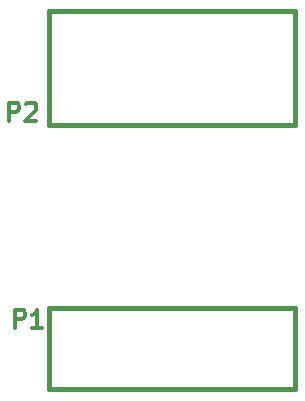
<source format=gto>
G04 (created by PCBNEW-RS274X (2011-aug-04)-testing) date Wed 27 Feb 2013 02:04:47 PM PST*
G01*
G70*
G90*
%MOIN*%
G04 Gerber Fmt 3.4, Leading zero omitted, Abs format*
%FSLAX34Y34*%
G04 APERTURE LIST*
%ADD10C,0.006000*%
%ADD11C,0.015000*%
%ADD12C,0.012000*%
G04 APERTURE END LIST*
G54D10*
G54D11*
X22199Y-30498D02*
X22199Y-29898D01*
X22199Y-29898D02*
X30399Y-29898D01*
X30399Y-29898D02*
X30399Y-30498D01*
X22199Y-30498D02*
X22199Y-32598D01*
X30399Y-30498D02*
X30399Y-32598D01*
X30399Y-32598D02*
X22199Y-32598D01*
X22199Y-23200D02*
X22199Y-23800D01*
X22199Y-23800D02*
X30399Y-23800D01*
X30399Y-23800D02*
X30399Y-23200D01*
X22199Y-20000D02*
X30399Y-20000D01*
X30399Y-23200D02*
X30399Y-20000D01*
X22199Y-23200D02*
X22199Y-20000D01*
G54D12*
X21058Y-30543D02*
X21058Y-29943D01*
X21286Y-29943D01*
X21344Y-29971D01*
X21372Y-30000D01*
X21401Y-30057D01*
X21401Y-30143D01*
X21372Y-30200D01*
X21344Y-30229D01*
X21286Y-30257D01*
X21058Y-30257D01*
X21972Y-30543D02*
X21629Y-30543D01*
X21801Y-30543D02*
X21801Y-29943D01*
X21744Y-30029D01*
X21686Y-30086D01*
X21629Y-30114D01*
X20858Y-23643D02*
X20858Y-23043D01*
X21086Y-23043D01*
X21144Y-23071D01*
X21172Y-23100D01*
X21201Y-23157D01*
X21201Y-23243D01*
X21172Y-23300D01*
X21144Y-23329D01*
X21086Y-23357D01*
X20858Y-23357D01*
X21429Y-23100D02*
X21458Y-23071D01*
X21515Y-23043D01*
X21658Y-23043D01*
X21715Y-23071D01*
X21744Y-23100D01*
X21772Y-23157D01*
X21772Y-23214D01*
X21744Y-23300D01*
X21401Y-23643D01*
X21772Y-23643D01*
M02*

</source>
